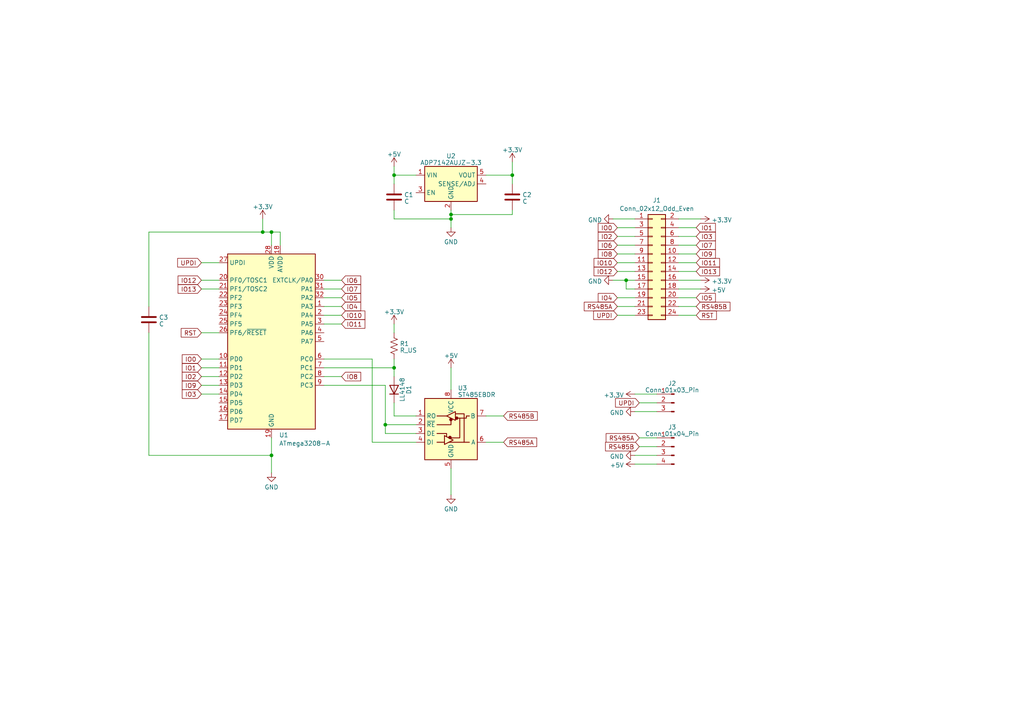
<source format=kicad_sch>
(kicad_sch (version 20230121) (generator eeschema)
  (paper "A4")
  (lib_symbols
    (symbol "Connector:Conn_01x03_Pin" (pin_names (offset 1.016) hide)
      (property "Reference" "J" (at 0 5.08 0))
      (property "Value" "Conn_01x03_Pin" (at 0 -5.08 0))
      (symbol "Conn_01x03_Pin_1_1"
        (polyline (pts (xy 1.27 -2.54) (xy 0.8636 -2.54)) (stroke (width 0.1524)))
        (polyline (pts (xy 1.27 0) (xy 0.8636 0)) (stroke (width 0.1524)))
        (polyline (pts (xy 1.27 2.54) (xy 0.8636 2.54)) (stroke (width 0.1524)))
        (rectangle (start 0.8636 -2.413) (end 0 -2.667) (stroke (width 0.1524)) (fill (type outline)))
        (rectangle (start 0.8636 0.127) (end 0 -0.127) (stroke (width 0.1524)) (fill (type outline)))
        (rectangle (start 0.8636 2.667) (end 0 2.413) (stroke (width 0.1524)) (fill (type outline)))
        (pin passive line (at 5.08 2.54 180) (length 3.81) (name "Pin_1") (number "1"))
        (pin passive line (at 5.08 0 180) (length 3.81) (name "Pin_2") (number "2"))
        (pin passive line (at 5.08 -2.54 180) (length 3.81) (name "Pin_3") (number "3"))
      )
    )
    (symbol "Connector:Conn_01x04_Pin" (pin_names (offset 1.016) hide)
      (property "Reference" "J" (at 0 5.08 0))
      (property "Value" "Conn_01x04_Pin" (at 0 -7.62 0))
      (symbol "Conn_01x04_Pin_1_1"
        (polyline (pts (xy 1.27 -5.08) (xy 0.8636 -5.08)) (stroke (width 0.1524)))
        (polyline (pts (xy 1.27 -2.54) (xy 0.8636 -2.54)) (stroke (width 0.1524)))
        (polyline (pts (xy 1.27 0) (xy 0.8636 0)) (stroke (width 0.1524)))
        (polyline (pts (xy 1.27 2.54) (xy 0.8636 2.54)) (stroke (width 0.1524)))
        (rectangle (start 0.8636 -4.953) (end 0 -5.207) (stroke (width 0.1524)) (fill (type outline)))
        (rectangle (start 0.8636 -2.413) (end 0 -2.667) (stroke (width 0.1524)) (fill (type outline)))
        (rectangle (start 0.8636 0.127) (end 0 -0.127) (stroke (width 0.1524)) (fill (type outline)))
        (rectangle (start 0.8636 2.667) (end 0 2.413) (stroke (width 0.1524)) (fill (type outline)))
        (pin passive line (at 5.08 2.54 180) (length 3.81) (name "Pin_1") (number "1"))
        (pin passive line (at 5.08 0 180) (length 3.81) (name "Pin_2") (number "2"))
        (pin passive line (at 5.08 -2.54 180) (length 3.81) (name "Pin_3") (number "3"))
        (pin passive line (at 5.08 -5.08 180) (length 3.81) (name "Pin_4") (number "4"))
      )
    )
    (symbol "Connector_Generic:Conn_02x12_Odd_Even" (pin_names (offset 1.016) hide)
      (property "Reference" "J" (at 1.27 15.24 0))
      (property "Value" "Conn_02x12_Odd_Even" (at 1.27 -17.78 0))
      (symbol "Conn_02x12_Odd_Even_1_1"
        (rectangle (start -1.27 -15.113) (end 0 -15.367) (stroke (width 0.1524)))
        (rectangle (start -1.27 -12.573) (end 0 -12.827) (stroke (width 0.1524)))
        (rectangle (start -1.27 -10.033) (end 0 -10.287) (stroke (width 0.1524)))
        (rectangle (start -1.27 -7.493) (end 0 -7.747) (stroke (width 0.1524)))
        (rectangle (start -1.27 -4.953) (end 0 -5.207) (stroke (width 0.1524)))
        (rectangle (start -1.27 -2.413) (end 0 -2.667) (stroke (width 0.1524)))
        (rectangle (start -1.27 0.127) (end 0 -0.127) (stroke (width 0.1524)))
        (rectangle (start -1.27 2.667) (end 0 2.413) (stroke (width 0.1524)))
        (rectangle (start -1.27 5.207) (end 0 4.953) (stroke (width 0.1524)))
        (rectangle (start -1.27 7.747) (end 0 7.493) (stroke (width 0.1524)))
        (rectangle (start -1.27 10.287) (end 0 10.033) (stroke (width 0.1524)))
        (rectangle (start -1.27 12.827) (end 0 12.573) (stroke (width 0.1524)))
        (rectangle (start -1.27 13.97) (end 3.81 -16.51) (stroke (width 0.254)) (fill (type background)))
        (rectangle (start 3.81 -15.113) (end 2.54 -15.367) (stroke (width 0.1524)))
        (rectangle (start 3.81 -12.573) (end 2.54 -12.827) (stroke (width 0.1524)))
        (rectangle (start 3.81 -10.033) (end 2.54 -10.287) (stroke (width 0.1524)))
        (rectangle (start 3.81 -7.493) (end 2.54 -7.747) (stroke (width 0.1524)))
        (rectangle (start 3.81 -4.953) (end 2.54 -5.207) (stroke (width 0.1524)))
        (rectangle (start 3.81 -2.413) (end 2.54 -2.667) (stroke (width 0.1524)))
        (rectangle (start 3.81 0.127) (end 2.54 -0.127) (stroke (width 0.1524)))
        (rectangle (start 3.81 2.667) (end 2.54 2.413) (stroke (width 0.1524)))
        (rectangle (start 3.81 5.207) (end 2.54 4.953) (stroke (width 0.1524)))
        (rectangle (start 3.81 7.747) (end 2.54 7.493) (stroke (width 0.1524)))
        (rectangle (start 3.81 10.287) (end 2.54 10.033) (stroke (width 0.1524)))
        (rectangle (start 3.81 12.827) (end 2.54 12.573) (stroke (width 0.1524)))
        (pin passive line (at -5.08 12.7 0) (length 3.81) (name "Pin_1") (number "1"))
        (pin passive line (at 7.62 2.54 180) (length 3.81) (name "Pin_10") (number "10"))
        (pin passive line (at -5.08 0 0) (length 3.81) (name "Pin_11") (number "11"))
        (pin passive line (at 7.62 0 180) (length 3.81) (name "Pin_12") (number "12"))
        (pin passive line (at -5.08 -2.54 0) (length 3.81) (name "Pin_13") (number "13"))
        (pin passive line (at 7.62 -2.54 180) (length 3.81) (name "Pin_14") (number "14"))
        (pin passive line (at -5.08 -5.08 0) (length 3.81) (name "Pin_15") (number "15"))
        (pin passive line (at 7.62 -5.08 180) (length 3.81) (name "Pin_16") (number "16"))
        (pin passive line (at -5.08 -7.62 0) (length 3.81) (name "Pin_17") (number "17"))
        (pin passive line (at 7.62 -7.62 180) (length 3.81) (name "Pin_18") (number "18"))
        (pin passive line (at -5.08 -10.16 0) (length 3.81) (name "Pin_19") (number "19"))
        (pin passive line (at 7.62 12.7 180) (length 3.81) (name "Pin_2") (number "2"))
        (pin passive line (at 7.62 -10.16 180) (length 3.81) (name "Pin_20") (number "20"))
        (pin passive line (at -5.08 -12.7 0) (length 3.81) (name "Pin_21") (number "21"))
        (pin passive line (at 7.62 -12.7 180) (length 3.81) (name "Pin_22") (number "22"))
        (pin passive line (at -5.08 -15.24 0) (length 3.81) (name "Pin_23") (number "23"))
        (pin passive line (at 7.62 -15.24 180) (length 3.81) (name "Pin_24") (number "24"))
        (pin passive line (at -5.08 10.16 0) (length 3.81) (name "Pin_3") (number "3"))
        (pin passive line (at 7.62 10.16 180) (length 3.81) (name "Pin_4") (number "4"))
        (pin passive line (at -5.08 7.62 0) (length 3.81) (name "Pin_5") (number "5"))
        (pin passive line (at 7.62 7.62 180) (length 3.81) (name "Pin_6") (number "6"))
        (pin passive line (at -5.08 5.08 0) (length 3.81) (name "Pin_7") (number "7"))
        (pin passive line (at 7.62 5.08 180) (length 3.81) (name "Pin_8") (number "8"))
        (pin passive line (at -5.08 2.54 0) (length 3.81) (name "Pin_9") (number "9"))
      )
    )
    (symbol "Device:C" (pin_numbers hide) (pin_names (offset 0.254))
      (property "Reference" "C" (at 0.635 2.54 0))
      (property "Value" "C" (at 0.635 -2.54 0))
      (symbol "C_0_1"
        (polyline (pts (xy -2.032 -0.762) (xy 2.032 -0.762)) (stroke (width 0.508)))
        (polyline (pts (xy -2.032 0.762) (xy 2.032 0.762)) (stroke (width 0.508)))
      )
      (symbol "C_1_1"
        (pin passive line (at 0 3.81 270) (length 2.794) (name "~") (number "1"))
        (pin passive line (at 0 -3.81 90) (length 2.794) (name "~") (number "2"))
      )
    )
    (symbol "Device:R_US" (pin_numbers hide) (pin_names (offset 0))
      (property "Reference" "R" (at 2.54 0 90))
      (property "Value" "R_US" (at -2.54 0 90))
      (symbol "R_US_0_1"
        (polyline (pts (xy 0 -2.286) (xy 0 -2.54)))
        (polyline (pts (xy 0 2.286) (xy 0 2.54)))
        (polyline (pts (xy 0 -0.762) (xy 1.016 -1.143) (xy 0 -1.524) (xy -1.016 -1.905) (xy 0 -2.286)))
        (polyline (pts (xy 0 0.762) (xy 1.016 0.381) (xy 0 0) (xy -1.016 -0.381) (xy 0 -0.762)))
        (polyline (pts (xy 0 2.286) (xy 1.016 1.905) (xy 0 1.524) (xy -1.016 1.143) (xy 0 0.762)))
      )
      (symbol "R_US_1_1"
        (pin passive line (at 0 3.81 270) (length 1.27) (name "~") (number "1"))
        (pin passive line (at 0 -3.81 90) (length 1.27) (name "~") (number "2"))
      )
    )
    (symbol "Diode:LL4148" (pin_numbers hide) (pin_names hide)
      (property "Reference" "D" (at 0 2.54 0))
      (property "Value" "LL4148" (at 0 -2.54 0))
      (symbol "LL4148_0_1"
        (polyline (pts (xy -1.27 1.27) (xy -1.27 -1.27)) (stroke (width 0.254)))
        (polyline (pts (xy 1.27 0) (xy -1.27 0)))
        (polyline (pts (xy 1.27 1.27) (xy 1.27 -1.27) (xy -1.27 0) (xy 1.27 1.27)) (stroke (width 0.254)))
      )
      (symbol "LL4148_1_1"
        (pin passive line (at -3.81 0 0) (length 2.54) (name "K") (number "1"))
        (pin passive line (at 3.81 0 180) (length 2.54) (name "A") (number "2"))
      )
    )
    (symbol "Interface_UART:ST485EBDR"
      (property "Reference" "U" (at -6.35 8.89 0))
      (property "Value" "ST485EBDR" (at 1.27 8.89 0))
      (symbol "ST485EBDR_0_1"
        (rectangle (start -7.62 7.62) (end 7.62 -10.16) (stroke (width 0.254)) (fill (type background)))
        (circle (center -0.3048 -3.683) (radius 0.3556) (stroke (width 0.254)) (fill (type outline)))
        (circle (center -0.0254 1.4986) (radius 0.3556) (stroke (width 0.254)) (fill (type outline)))
        (polyline (pts (xy -4.064 -5.08) (xy -1.905 -5.08)) (stroke (width 0.254)))
        (polyline (pts (xy -4.064 2.54) (xy -1.27 2.54)) (stroke (width 0.254)))
        (polyline (pts (xy -1.27 -3.2004) (xy -1.27 -3.4544)) (stroke (width 0.254)))
        (polyline (pts (xy -0.635 -5.08) (xy 5.334 -5.08)) (stroke (width 0.254)))
        (polyline (pts (xy -4.064 -2.54) (xy -1.27 -2.54) (xy -1.27 -3.175)) (stroke (width 0.254)))
        (polyline (pts (xy 0 1.27) (xy 0 0) (xy -4.064 0)) (stroke (width 0.254)))
        (polyline (pts (xy 1.27 3.175) (xy 3.81 3.175) (xy 3.81 -5.08)) (stroke (width 0.254)))
        (polyline (pts (xy 2.54 1.905) (xy 2.54 -3.81) (xy 0 -3.81)) (stroke (width 0.254)))
        (polyline (pts (xy -1.905 -3.175) (xy -1.905 -5.715) (xy 0.635 -4.445) (xy -1.905 -3.175)) (stroke (width 0.254)))
        (polyline (pts (xy -1.27 2.54) (xy 1.27 3.81) (xy 1.27 1.27) (xy -1.27 2.54)) (stroke (width 0.254)))
        (polyline (pts (xy 1.905 1.905) (xy 4.445 1.905) (xy 4.445 2.54) (xy 5.334 2.54)) (stroke (width 0.254)))
        (rectangle (start 1.27 3.175) (end 1.27 3.175))
        (circle (center 1.651 1.905) (radius 0.3556) (stroke (width 0.254)) (fill (type outline)))
      )
      (symbol "ST485EBDR_1_1"
        (pin output line (at -10.16 2.54 0) (length 2.54) (name "RO") (number "1"))
        (pin input line (at -10.16 0 0) (length 2.54) (name "~{RE}") (number "2"))
        (pin input line (at -10.16 -2.54 0) (length 2.54) (name "DE") (number "3"))
        (pin input line (at -10.16 -5.08 0) (length 2.54) (name "DI") (number "4"))
        (pin power_in line (at 0 -12.7 90) (length 2.54) (name "GND") (number "5"))
        (pin bidirectional line (at 10.16 -5.08 180) (length 2.54) (name "A") (number "6"))
        (pin bidirectional line (at 10.16 2.54 180) (length 2.54) (name "B") (number "7"))
        (pin power_in line (at 0 10.16 270) (length 2.54) (name "VCC") (number "8"))
      )
    )
    (symbol "MCU_Microchip_ATmega:ATmega3208-A"
      (property "Reference" "U" (at -12.7 26.67 0))
      (property "Value" "ATmega3208-A" (at 2.54 -26.67 0))
      (symbol "ATmega3208-A_0_1"
        (rectangle (start -12.7 -25.4) (end 12.7 25.4) (stroke (width 0.254)) (fill (type background)))
      )
      (symbol "ATmega3208-A_1_1"
        (pin bidirectional line (at 15.24 10.16 180) (length 2.54) (name "PA3") (number "1"))
        (pin bidirectional line (at -15.24 -5.08 0) (length 2.54) (name "PD0") (number "10"))
        (pin bidirectional line (at -15.24 -7.62 0) (length 2.54) (name "PD1") (number "11"))
        (pin bidirectional line (at -15.24 -10.16 0) (length 2.54) (name "PD2") (number "12"))
        (pin bidirectional line (at -15.24 -12.7 0) (length 2.54) (name "PD3") (number "13"))
        (pin bidirectional line (at -15.24 -15.24 0) (length 2.54) (name "PD4") (number "14"))
        (pin bidirectional line (at -15.24 -17.78 0) (length 2.54) (name "PD5") (number "15"))
        (pin bidirectional line (at -15.24 -20.32 0) (length 2.54) (name "PD6") (number "16"))
        (pin bidirectional line (at -15.24 -22.86 0) (length 2.54) (name "PD7") (number "17"))
        (pin power_in line (at 2.54 27.94 270) (length 2.54) (name "AVDD") (number "18"))
        (pin power_in line (at 0 -27.94 90) (length 2.54) (name "GND") (number "19"))
        (pin bidirectional line (at 15.24 7.62 180) (length 2.54) (name "PA4") (number "2"))
        (pin bidirectional line (at -15.24 17.78 0) (length 2.54) (name "PF0/TOSC1") (number "20"))
        (pin bidirectional line (at -15.24 15.24 0) (length 2.54) (name "PF1/TOSC2") (number "21"))
        (pin bidirectional line (at -15.24 12.7 0) (length 2.54) (name "PF2") (number "22"))
        (pin bidirectional line (at -15.24 10.16 0) (length 2.54) (name "PF3") (number "23"))
        (pin bidirectional line (at -15.24 7.62 0) (length 2.54) (name "PF4") (number "24"))
        (pin bidirectional line (at -15.24 5.08 0) (length 2.54) (name "PF5") (number "25"))
        (pin bidirectional line (at -15.24 2.54 0) (length 2.54) (name "PF6/~{RESET}") (number "26"))
        (pin bidirectional line (at -15.24 22.86 0) (length 2.54) (name "UPDI") (number "27"))
        (pin power_in line (at 0 27.94 270) (length 2.54) (name "VDD") (number "28"))
        (pin passive line (at 0 -27.94 90) (length 2.54) hide (name "GND") (number "29"))
        (pin bidirectional line (at 15.24 5.08 180) (length 2.54) (name "PA5") (number "3"))
        (pin bidirectional line (at 15.24 17.78 180) (length 2.54) (name "EXTCLK/PA0") (number "30"))
        (pin bidirectional line (at 15.24 15.24 180) (length 2.54) (name "PA1") (number "31"))
        (pin bidirectional line (at 15.24 12.7 180) (length 2.54) (name "PA2") (number "32"))
        (pin bidirectional line (at 15.24 2.54 180) (length 2.54) (name "PA6") (number "4"))
        (pin bidirectional line (at 15.24 0 180) (length 2.54) (name "PA7") (number "5"))
        (pin bidirectional line (at 15.24 -5.08 180) (length 2.54) (name "PC0") (number "6"))
        (pin bidirectional line (at 15.24 -7.62 180) (length 2.54) (name "PC1") (number "7"))
        (pin bidirectional line (at 15.24 -10.16 180) (length 2.54) (name "PC2") (number "8"))
        (pin bidirectional line (at 15.24 -12.7 180) (length 2.54) (name "PC3") (number "9"))
      )
    )
    (symbol "Regulator_Linear:ADP7142AUJZ-3.3"
      (property "Reference" "U" (at 0 8.89 0))
      (property "Value" "ADP7142AUJZ-3.3" (at 0 6.35 0))
      (symbol "ADP7142AUJZ-3.3_0_1"
        (rectangle (start -7.62 5.08) (end 7.62 -5.08) (stroke (width 0.254)) (fill (type background)))
      )
      (symbol "ADP7142AUJZ-3.3_1_1"
        (pin power_in line (at -10.16 2.54 0) (length 2.54) (name "VIN") (number "1"))
        (pin power_in line (at 0 -7.62 90) (length 2.54) (name "GND") (number "2"))
        (pin input line (at -10.16 -2.54 0) (length 2.54) (name "EN") (number "3"))
        (pin input line (at 10.16 0 180) (length 2.54) (name "SENSE/ADJ") (number "4"))
        (pin power_out line (at 10.16 2.54 180) (length 2.54) (name "VOUT") (number "5"))
      )
    )
    (symbol "power:+3.3V" (power) (pin_names (offset 0))
      (property "Value" "+3.3V" (at 0 3.556 0))
      (symbol "+3.3V_0_1"
        (polyline (pts (xy -0.762 1.27) (xy 0 2.54)))
        (polyline (pts (xy 0 0) (xy 0 2.54)))
        (polyline (pts (xy 0 2.54) (xy 0.762 1.27)))
      )
      (symbol "+3.3V_1_1"
        (pin power_in line (at 0 0 90) (length 0) hide (name "+3.3V") (number "1"))
      )
    )
    (symbol "power:+5V" (power) (pin_names (offset 0))
      (property "Value" "+5V" (at 0 3.556 0))
      (symbol "+5V_0_1"
        (polyline (pts (xy -0.762 1.27) (xy 0 2.54)))
        (polyline (pts (xy 0 0) (xy 0 2.54)))
        (polyline (pts (xy 0 2.54) (xy 0.762 1.27)))
      )
      (symbol "+5V_1_1"
        (pin power_in line (at 0 0 90) (length 0) hide (name "+5V") (number "1"))
      )
    )
    (symbol "power:GND" (power) (pin_names (offset 0))
      (property "Value" "GND" (at 0 -3.81 0))
      (symbol "GND_0_1"
        (polyline (pts (xy 0 0) (xy 0 -1.27) (xy 1.27 -1.27) (xy 0 -2.54) (xy -1.27 -1.27) (xy 0 -1.27)))
      )
      (symbol "GND_1_1"
        (pin power_in line (at 0 0 270) (length 0) hide (name "GND") (number "1"))
      )
    )
  )
  (junction (at 111.76 123.19))
  (junction (at 78.74 67.31))
  (junction (at 148.59 50.8))
  (junction (at 114.3 106.68))
  (junction (at 76.2 67.31))
  (junction (at 114.3 50.8))
  (junction (at 130.81 63.5))
  (junction (at 130.81 62.23))
  (junction (at 78.74 132.08))
  (junction (at 181.61 81.28))
  (wire (pts (xy 78.74 127) (xy 78.74 132.08)))
  (wire (pts (xy 114.3 106.68) (xy 93.98 106.68)))
  (wire (pts (xy 130.81 62.23) (xy 130.81 63.5)))
  (wire (pts (xy 184.15 119.38) (xy 190.5 119.38)))
  (wire (pts (xy 184.15 134.62) (xy 190.5 134.62)))
  (wire (pts (xy 114.3 93.98) (xy 114.3 96.52)))
  (wire (pts (xy 196.85 86.36) (xy 201.93 86.36)))
  (wire (pts (xy 130.81 135.89) (xy 130.81 143.51)))
  (wire (pts (xy 43.18 88.9) (xy 43.18 67.31)))
  (wire (pts (xy 148.59 62.23) (xy 130.81 62.23)))
  (wire (pts (xy 190.5 129.54) (xy 185.42 129.54)))
  (wire (pts (xy 114.3 109.22) (xy 114.3 106.68)))
  (wire (pts (xy 81.28 71.12) (xy 81.28 67.31)))
  (wire (pts (xy 111.76 111.76) (xy 111.76 123.19)))
  (wire (pts (xy 58.42 96.52) (xy 63.5 96.52)))
  (wire (pts (xy 58.42 81.28) (xy 63.5 81.28)))
  (wire (pts (xy 184.15 88.9) (xy 179.07 88.9)))
  (wire (pts (xy 196.85 66.04) (xy 201.93 66.04)))
  (wire (pts (xy 181.61 81.28) (xy 184.15 81.28)))
  (wire (pts (xy 184.15 83.82) (xy 181.61 83.82)))
  (wire (pts (xy 93.98 91.44) (xy 99.06 91.44)))
  (wire (pts (xy 120.65 120.65) (xy 114.3 120.65)))
  (wire (pts (xy 184.15 91.44) (xy 179.07 91.44)))
  (wire (pts (xy 196.85 91.44) (xy 201.93 91.44)))
  (wire (pts (xy 184.15 71.12) (xy 179.07 71.12)))
  (wire (pts (xy 93.98 88.9) (xy 99.06 88.9)))
  (wire (pts (xy 43.18 67.31) (xy 76.2 67.31)))
  (wire (pts (xy 196.85 63.5) (xy 203.2 63.5)))
  (wire (pts (xy 196.85 81.28) (xy 203.2 81.28)))
  (wire (pts (xy 177.8 81.28) (xy 181.61 81.28)))
  (wire (pts (xy 58.42 76.2) (xy 63.5 76.2)))
  (wire (pts (xy 76.2 67.31) (xy 78.74 67.31)))
  (wire (pts (xy 190.5 127) (xy 185.42 127)))
  (wire (pts (xy 114.3 63.5) (xy 130.81 63.5)))
  (wire (pts (xy 184.15 132.08) (xy 190.5 132.08)))
  (wire (pts (xy 93.98 109.22) (xy 99.06 109.22)))
  (wire (pts (xy 184.15 68.58) (xy 179.07 68.58)))
  (wire (pts (xy 130.81 60.96) (xy 130.81 62.23)))
  (wire (pts (xy 78.74 132.08) (xy 78.74 137.16)))
  (wire (pts (xy 196.85 76.2) (xy 201.93 76.2)))
  (wire (pts (xy 196.85 71.12) (xy 201.93 71.12)))
  (wire (pts (xy 43.18 132.08) (xy 43.18 96.52)))
  (wire (pts (xy 58.42 114.3) (xy 63.5 114.3)))
  (wire (pts (xy 184.15 114.3) (xy 190.5 114.3)))
  (wire (pts (xy 196.85 78.74) (xy 201.93 78.74)))
  (wire (pts (xy 177.8 63.5) (xy 184.15 63.5)))
  (wire (pts (xy 196.85 68.58) (xy 201.93 68.58)))
  (wire (pts (xy 114.3 104.14) (xy 114.3 106.68)))
  (wire (pts (xy 130.81 106.68) (xy 130.81 113.03)))
  (wire (pts (xy 196.85 73.66) (xy 201.93 73.66)))
  (wire (pts (xy 184.15 66.04) (xy 179.07 66.04)))
  (wire (pts (xy 76.2 63.5) (xy 76.2 67.31)))
  (wire (pts (xy 148.59 46.99) (xy 148.59 50.8)))
  (wire (pts (xy 196.85 88.9) (xy 201.93 88.9)))
  (wire (pts (xy 120.65 128.27) (xy 107.95 128.27)))
  (wire (pts (xy 58.42 83.82) (xy 63.5 83.82)))
  (wire (pts (xy 111.76 125.73) (xy 111.76 123.19)))
  (wire (pts (xy 120.65 125.73) (xy 111.76 125.73)))
  (wire (pts (xy 111.76 123.19) (xy 120.65 123.19)))
  (wire (pts (xy 58.42 109.22) (xy 63.5 109.22)))
  (wire (pts (xy 58.42 111.76) (xy 63.5 111.76)))
  (wire (pts (xy 148.59 60.96) (xy 148.59 62.23)))
  (wire (pts (xy 93.98 83.82) (xy 99.06 83.82)))
  (wire (pts (xy 107.95 104.14) (xy 93.98 104.14)))
  (wire (pts (xy 184.15 86.36) (xy 179.07 86.36)))
  (wire (pts (xy 184.15 78.74) (xy 179.07 78.74)))
  (wire (pts (xy 78.74 132.08) (xy 43.18 132.08)))
  (wire (pts (xy 148.59 50.8) (xy 148.59 53.34)))
  (wire (pts (xy 184.15 73.66) (xy 179.07 73.66)))
  (wire (pts (xy 190.5 116.84) (xy 185.42 116.84)))
  (wire (pts (xy 58.42 106.68) (xy 63.5 106.68)))
  (wire (pts (xy 78.74 67.31) (xy 78.74 71.12)))
  (wire (pts (xy 114.3 50.8) (xy 114.3 53.34)))
  (wire (pts (xy 114.3 120.65) (xy 114.3 116.84)))
  (wire (pts (xy 130.81 63.5) (xy 130.81 66.04)))
  (wire (pts (xy 81.28 67.31) (xy 78.74 67.31)))
  (wire (pts (xy 114.3 60.96) (xy 114.3 63.5)))
  (wire (pts (xy 114.3 48.26) (xy 114.3 50.8)))
  (wire (pts (xy 181.61 83.82) (xy 181.61 81.28)))
  (wire (pts (xy 184.15 76.2) (xy 179.07 76.2)))
  (wire (pts (xy 93.98 81.28) (xy 99.06 81.28)))
  (wire (pts (xy 93.98 86.36) (xy 99.06 86.36)))
  (wire (pts (xy 114.3 50.8) (xy 120.65 50.8)))
  (wire (pts (xy 140.97 120.65) (xy 146.05 120.65)))
  (wire (pts (xy 196.85 83.82) (xy 203.2 83.82)))
  (wire (pts (xy 93.98 111.76) (xy 111.76 111.76)))
  (wire (pts (xy 140.97 128.27) (xy 146.05 128.27)))
  (wire (pts (xy 107.95 128.27) (xy 107.95 104.14)))
  (wire (pts (xy 58.42 104.14) (xy 63.5 104.14)))
  (wire (pts (xy 93.98 93.98) (xy 99.06 93.98)))
  (wire (pts (xy 148.59 50.8) (xy 140.97 50.8)))
  (global_label "IO11" (shape input) (at 99.06 93.98 0) (property "Intersheetrefs" "${INTERSHEET_REFS}" (effects hide)))
  (global_label "RS485B" (shape input) (at 185.42 129.54 180) (property "Intersheetrefs" "${INTERSHEET_REFS}" (effects hide)))
  (global_label "IO3" (shape input) (at 201.93 68.58 0) (property "Intersheetrefs" "${INTERSHEET_REFS}" (effects hide)))
  (global_label "IO2" (shape input) (at 179.07 68.58 180) (property "Intersheetrefs" "${INTERSHEET_REFS}" (effects hide)))
  (global_label "IO10" (shape input) (at 179.07 76.2 180) (property "Intersheetrefs" "${INTERSHEET_REFS}" (effects hide)))
  (global_label "IO13" (shape input) (at 58.42 83.82 180) (property "Intersheetrefs" "${INTERSHEET_REFS}" (effects hide)))
  (global_label "UPDI" (shape input) (at 179.07 91.44 180) (property "Intersheetrefs" "${INTERSHEET_REFS}" (effects hide)))
  (global_label "IO1" (shape input) (at 58.42 106.68 180) (property "Intersheetrefs" "${INTERSHEET_REFS}" (effects hide)))
  (global_label "IO13" (shape input) (at 201.93 78.74 0) (property "Intersheetrefs" "${INTERSHEET_REFS}" (effects hide)))
  (global_label "IO4" (shape input) (at 179.07 86.36 180) (property "Intersheetrefs" "${INTERSHEET_REFS}" (effects hide)))
  (global_label "UPDI" (shape input) (at 185.42 116.84 180) (property "Intersheetrefs" "${INTERSHEET_REFS}" (effects hide)))
  (global_label "IO0" (shape input) (at 179.07 66.04 180) (property "Intersheetrefs" "${INTERSHEET_REFS}" (effects hide)))
  (global_label "IO7" (shape input) (at 99.06 83.82 0) (property "Intersheetrefs" "${INTERSHEET_REFS}" (effects hide)))
  (global_label "RS485A" (shape input) (at 146.05 128.27 0) (property "Intersheetrefs" "${INTERSHEET_REFS}" (effects hide)))
  (global_label "IO8" (shape input) (at 99.06 109.22 0) (property "Intersheetrefs" "${INTERSHEET_REFS}" (effects hide)))
  (global_label "RS485B" (shape input) (at 146.05 120.65 0) (property "Intersheetrefs" "${INTERSHEET_REFS}" (effects hide)))
  (global_label "IO2" (shape input) (at 58.42 109.22 180) (property "Intersheetrefs" "${INTERSHEET_REFS}" (effects hide)))
  (global_label "RST" (shape input) (at 58.42 96.52 180) (property "Intersheetrefs" "${INTERSHEET_REFS}" (effects hide)))
  (global_label "IO9" (shape input) (at 58.42 111.76 180) (property "Intersheetrefs" "${INTERSHEET_REFS}" (effects hide)))
  (global_label "IO0" (shape input) (at 58.42 104.14 180) (property "Intersheetrefs" "${INTERSHEET_REFS}" (effects hide)))
  (global_label "IO6" (shape input) (at 179.07 71.12 180) (property "Intersheetrefs" "${INTERSHEET_REFS}" (effects hide)))
  (global_label "IO8" (shape input) (at 179.07 73.66 180) (property "Intersheetrefs" "${INTERSHEET_REFS}" (effects hide)))
  (global_label "IO11" (shape input) (at 201.93 76.2 0) (property "Intersheetrefs" "${INTERSHEET_REFS}" (effects hide)))
  (global_label "IO7" (shape input) (at 201.93 71.12 0) (property "Intersheetrefs" "${INTERSHEET_REFS}" (effects hide)))
  (global_label "RST" (shape input) (at 201.93 91.44 0) (property "Intersheetrefs" "${INTERSHEET_REFS}" (effects hide)))
  (global_label "RS485A" (shape input) (at 179.07 88.9 180) (property "Intersheetrefs" "${INTERSHEET_REFS}" (effects hide)))
  (global_label "IO1" (shape input) (at 201.93 66.04 0) (property "Intersheetrefs" "${INTERSHEET_REFS}" (effects hide)))
  (global_label "IO9" (shape input) (at 201.93 73.66 0) (property "Intersheetrefs" "${INTERSHEET_REFS}" (effects hide)))
  (global_label "IO6" (shape input) (at 99.06 81.28 0) (property "Intersheetrefs" "${INTERSHEET_REFS}" (effects hide)))
  (global_label "RS485A" (shape input) (at 185.42 127 180) (property "Intersheetrefs" "${INTERSHEET_REFS}" (effects hide)))
  (global_label "RS485B" (shape input) (at 201.93 88.9 0) (property "Intersheetrefs" "${INTERSHEET_REFS}" (effects hide)))
  (global_label "IO5" (shape input) (at 99.06 86.36 0) (property "Intersheetrefs" "${INTERSHEET_REFS}" (effects hide)))
  (global_label "IO5" (shape input) (at 201.93 86.36 0) (property "Intersheetrefs" "${INTERSHEET_REFS}" (effects hide)))
  (global_label "IO3" (shape input) (at 58.42 114.3 180) (property "Intersheetrefs" "${INTERSHEET_REFS}" (effects hide)))
  (global_label "IO12" (shape input) (at 58.42 81.28 180) (property "Intersheetrefs" "${INTERSHEET_REFS}" (effects hide)))
  (global_label "UPDI" (shape input) (at 58.42 76.2 180) (property "Intersheetrefs" "${INTERSHEET_REFS}" (effects hide)))
  (global_label "IO4" (shape input) (at 99.06 88.9 0) (property "Intersheetrefs" "${INTERSHEET_REFS}" (effects hide)))
  (global_label "IO12" (shape input) (at 179.07 78.74 180) (property "Intersheetrefs" "${INTERSHEET_REFS}" (effects hide)))
  (global_label "IO10" (shape input) (at 99.06 91.44 0) (property "Intersheetrefs" "${INTERSHEET_REFS}" (effects hide)))
  (symbol (lib_id "power:+5V") (at 184.15 134.62 90) (mirror x) (unit 1)
    (property "Reference" "#PWR08" (effects hide))
    (property "Value" "+5V" (at 180.975 134.9368 90) (effects (justify left)))
  )
  (symbol (lib_id "Interface_UART:ST485EBDR") (at 130.81 123.19 0) (unit 1)
    (property "Reference" "U3" (at 132.7659 112.5601 0) (effects (justify left)))
    (property "Value" "ST485EBDR" (at 132.7659 114.4811 0) (effects (justify left)))
    (property "Footprint" "Package_SO:SOIC-8_3.9x4.9mm_P1.27mm" (effects hide))
    (property "Datasheet" "http://www.st.com/resource/en/datasheet/st485eb.pdf" (effects hide))
  )
  (symbol (lib_id "power:+5V") (at 114.3 48.26 0) (unit 1)
    (property "Reference" "#PWR02" (effects hide))
    (property "Value" "+5V" (at 114.3 44.7581 0))
  )
  (symbol (lib_id "power:GND") (at 130.81 66.04 0) (unit 1)
    (property "Reference" "#PWR03" (effects hide))
    (property "Value" "GND" (at 130.81 70.1755 0))
  )
  (symbol (lib_id "Connector:Conn_01x04_Pin") (at 195.58 129.54 0) (mirror y) (unit 1)
    (property "Reference" "J3" (at 194.945 123.9139 0))
    (property "Value" "Conn_01x04_Pin" (at 194.945 125.8349 0))
    (property "Footprint" "Connector_JST:JST_PH_S4B-PH-SM4-TB_1x04-1MP_P2.00mm_Horizontal" (effects hide))
  )
  (symbol (lib_id "power:+3.3V") (at 184.15 114.3 90) (unit 1)
    (property "Reference" "#PWR05" (effects hide))
    (property "Value" "+3.3V" (at 180.975 114.6168 90) (effects (justify left)))
  )
  (symbol (lib_id "Device:C") (at 148.59 57.15 0) (unit 1)
    (property "Reference" "C2" (at 151.511 56.5063 0) (effects (justify left)))
    (property "Value" "C" (at 151.511 58.4273 0) (effects (justify left)))
    (property "Footprint" "Capacitor_SMD:C_0805_2012Metric_Pad1.18x1.45mm_HandSolder" (effects hide))
  )
  (symbol (lib_id "Device:C") (at 43.18 92.71 0) (unit 1)
    (property "Reference" "C3" (at 46.101 92.0663 0) (effects (justify left)))
    (property "Value" "C" (at 46.101 93.9873 0) (effects (justify left)))
    (property "Footprint" "Capacitor_SMD:C_0805_2012Metric_Pad1.18x1.45mm_HandSolder" (effects hide))
  )
  (symbol (lib_id "Connector:Conn_01x03_Pin") (at 195.58 116.84 0) (mirror y) (unit 1)
    (property "Reference" "J2" (at 194.945 111.2139 0))
    (property "Value" "Conn_01x03_Pin" (at 194.945 113.1349 0))
    (property "Footprint" "footprints:JST_ZH_B3B-ZR_1x03_P1.50mm_Vertical" (effects hide))
  )
  (symbol (lib_id "power:GND") (at 78.74 137.16 0) (unit 1)
    (property "Reference" "#PWR016" (effects hide))
    (property "Value" "GND" (at 78.74 141.2955 0))
  )
  (symbol (lib_id "power:GND") (at 177.8 63.5 270) (unit 1)
    (property "Reference" "#PWR09" (effects hide))
    (property "Value" "GND" (at 174.6251 63.8168 90) (effects (justify right)))
  )
  (symbol (lib_id "power:+3.3V") (at 203.2 63.5 270) (unit 1)
    (property "Reference" "#PWR011" (effects hide))
    (property "Value" "+3.3V" (at 206.375 63.8168 90) (effects (justify left)))
  )
  (symbol (lib_id "power:+3.3V") (at 114.3 93.98 0) (unit 1)
    (property "Reference" "#PWR017" (effects hide))
    (property "Value" "+3.3V" (at 114.3 90.4781 0))
  )
  (symbol (lib_id "power:+5V") (at 203.2 83.82 270) (unit 1)
    (property "Reference" "#PWR013" (effects hide))
    (property "Value" "+5V" (at 206.375 84.1368 90) (effects (justify left)))
  )
  (symbol (lib_id "MCU_Microchip_ATmega:ATmega3208-A") (at 78.74 99.06 0) (unit 1)
    (property "Reference" "U1" (at 80.9341 126.1801 0) (effects (justify left)))
    (property "Value" "ATmega3208-A" (at 80.9341 128.6043 0) (effects (justify left)))
    (property "Footprint" "Package_QFP:TQFP-32_7x7mm_P0.8mm" (effects hide))
    (property "Datasheet" "http://ww1.microchip.com/downloads/en/DeviceDoc/40002017A.pdf" (effects hide))
  )
  (symbol (lib_id "Device:C") (at 114.3 57.15 0) (unit 1)
    (property "Reference" "C1" (at 117.221 56.5063 0) (effects (justify left)))
    (property "Value" "C" (at 117.221 58.4273 0) (effects (justify left)))
    (property "Footprint" "Capacitor_SMD:C_0805_2012Metric_Pad1.18x1.45mm_HandSolder" (effects hide))
  )
  (symbol (lib_id "power:+3.3V") (at 148.59 46.99 0) (unit 1)
    (property "Reference" "#PWR01" (effects hide))
    (property "Value" "+3.3V" (at 148.59 43.4881 0))
  )
  (symbol (lib_id "power:+5V") (at 130.81 106.68 0) (unit 1)
    (property "Reference" "#PWR014" (effects hide))
    (property "Value" "+5V" (at 130.81 103.1781 0))
  )
  (symbol (lib_id "power:+3.3V") (at 203.2 81.28 270) (unit 1)
    (property "Reference" "#PWR012" (effects hide))
    (property "Value" "+3.3V" (at 206.375 81.5968 90) (effects (justify left)))
  )
  (symbol (lib_id "Device:R_US") (at 114.3 100.33 180) (unit 1)
    (property "Reference" "R1" (at 115.951 99.6863 0) (effects (justify right)))
    (property "Value" "R_US" (at 115.951 101.6073 0) (effects (justify right)))
    (property "Footprint" "Resistor_SMD:R_0805_2012Metric_Pad1.20x1.40mm_HandSolder" (effects hide))
  )
  (symbol (lib_id "power:GND") (at 130.81 143.51 0) (unit 1)
    (property "Reference" "#PWR015" (effects hide))
    (property "Value" "GND" (at 130.81 147.6455 0))
  )
  (symbol (lib_id "power:+3.3V") (at 76.2 63.5 0) (unit 1)
    (property "Reference" "#PWR04" (effects hide))
    (property "Value" "+3.3V" (at 76.2 59.9981 0))
  )
  (symbol (lib_id "Diode:LL4148") (at 114.3 113.03 270) (mirror x) (unit 1)
    (property "Reference" "D1" (at 118.5799 113.03 0))
    (property "Value" "LL4148" (at 116.6589 113.03 0))
    (property "Footprint" "Diode_SMD:D_MiniMELF" (effects hide))
    (property "Datasheet" "http://www.vishay.com/docs/85557/ll4148.pdf" (effects hide))
    (property "Sim.Device" "D" (effects hide))
    (property "Sim.Pins" "1=K 2=A" (effects hide))
  )
  (symbol (lib_id "power:GND") (at 184.15 132.08 270) (unit 1)
    (property "Reference" "#PWR07" (effects hide))
    (property "Value" "GND" (at 180.9751 132.3968 90) (effects (justify right)))
  )
  (symbol (lib_id "Regulator_Linear:ADP7142AUJZ-3.3") (at 130.81 53.34 0) (unit 1)
    (property "Reference" "U2" (at 130.81 45.2501 0))
    (property "Value" "ADP7142AUJZ-3.3" (at 130.81 47.1711 0))
    (property "Footprint" "Package_TO_SOT_SMD:TSOT-23-5" (effects hide))
    (property "Datasheet" "https://www.analog.com/media/en/technical-documentation/data-sheets/ADP7142.pdf" (effects hide))
  )
  (symbol (lib_id "Connector_Generic:Conn_02x12_Odd_Even") (at 189.23 76.2 0) (unit 1)
    (property "Reference" "J1" (at 190.5 58.0857 0))
    (property "Value" "Conn_02x12_Odd_Even" (at 190.5 60.5099 0))
    (property "Footprint" "mcumod:MCUMOD" (effects hide))
  )
  (symbol (lib_id "power:GND") (at 177.8 81.28 270) (unit 1)
    (property "Reference" "#PWR010" (effects hide))
    (property "Value" "GND" (at 174.6251 81.5968 90) (effects (justify right)))
  )
  (symbol (lib_id "power:GND") (at 184.15 119.38 270) (unit 1)
    (property "Reference" "#PWR06" (effects hide))
    (property "Value" "GND" (at 180.9751 119.6968 90) (effects (justify right)))
  )
)
</source>
